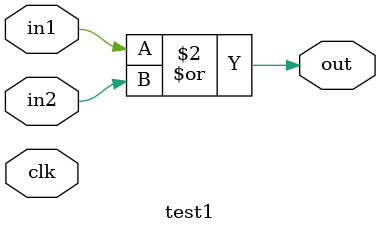
<source format=v>
module test1(in1,in2,clk,out);

input in1,in2,clk;
output out;

//wire out;

//assign out=in1|in2;

reg out;
always @ (*) begin
    out <=in1|in2;
end


endmodule
</source>
